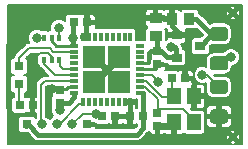
<source format=gtl>
G04 #@! TF.GenerationSoftware,KiCad,Pcbnew,5.0.0-rc3+dfsg1-1*
G04 #@! TF.CreationDate,2018-07-17T13:15:56+09:00*
G04 #@! TF.ProjectId,fst-01,6673742D30312E6B696361645F706362,rev?*
G04 #@! TF.SameCoordinates,PX791ddc0PY5e69114*
G04 #@! TF.FileFunction,Copper,L1,Top,Signal*
G04 #@! TF.FilePolarity,Positive*
%FSLAX46Y46*%
G04 Gerber Fmt 4.6, Leading zero omitted, Abs format (unit mm)*
G04 Created by KiCad (PCBNEW 5.0.0-rc3+dfsg1-1) date Tue Jul 17 13:15:56 2018*
%MOMM*%
%LPD*%
G01*
G04 APERTURE LIST*
G04 #@! TA.AperFunction,ComponentPad*
%ADD10C,0.800100*%
G04 #@! TD*
G04 #@! TA.AperFunction,ComponentPad*
%ADD11R,0.800100X0.800100*%
G04 #@! TD*
G04 #@! TA.AperFunction,ComponentPad*
%ADD12C,0.800000*%
G04 #@! TD*
G04 #@! TA.AperFunction,ComponentPad*
%ADD13R,0.800100X0.800000*%
G04 #@! TD*
G04 #@! TA.AperFunction,Conductor*
%ADD14C,0.150000*%
G04 #@! TD*
G04 #@! TA.AperFunction,SMDPad,CuDef*
%ADD15C,1.200000*%
G04 #@! TD*
G04 #@! TA.AperFunction,ComponentPad*
%ADD16C,0.500000*%
G04 #@! TD*
G04 #@! TA.AperFunction,SMDPad,CuDef*
%ADD17R,0.398780X0.500380*%
G04 #@! TD*
G04 #@! TA.AperFunction,SMDPad,CuDef*
%ADD18R,1.905000X1.905000*%
G04 #@! TD*
G04 #@! TA.AperFunction,SMDPad,CuDef*
%ADD19R,0.299720X0.749300*%
G04 #@! TD*
G04 #@! TA.AperFunction,SMDPad,CuDef*
%ADD20R,0.749300X0.299720*%
G04 #@! TD*
G04 #@! TA.AperFunction,SMDPad,CuDef*
%ADD21R,0.797560X0.797560*%
G04 #@! TD*
G04 #@! TA.AperFunction,SMDPad,CuDef*
%ADD22R,0.899160X1.000760*%
G04 #@! TD*
G04 #@! TA.AperFunction,SMDPad,CuDef*
%ADD23R,0.900000X0.800000*%
G04 #@! TD*
G04 #@! TA.AperFunction,SMDPad,CuDef*
%ADD24R,1.193800X1.397000*%
G04 #@! TD*
G04 #@! TA.AperFunction,SMDPad,CuDef*
%ADD25R,0.800100X0.698500*%
G04 #@! TD*
G04 #@! TA.AperFunction,SMDPad,CuDef*
%ADD26R,0.698500X0.800100*%
G04 #@! TD*
G04 #@! TA.AperFunction,SMDPad,CuDef*
%ADD27R,1.000760X0.899160*%
G04 #@! TD*
G04 #@! TA.AperFunction,ViaPad*
%ADD28C,0.800100*%
G04 #@! TD*
G04 #@! TA.AperFunction,Conductor*
%ADD29C,0.200660*%
G04 #@! TD*
G04 #@! TA.AperFunction,Conductor*
%ADD30C,0.381000*%
G04 #@! TD*
G04 #@! TA.AperFunction,Conductor*
%ADD31C,0.508000*%
G04 #@! TD*
G04 #@! TA.AperFunction,Conductor*
%ADD32C,0.202000*%
G04 #@! TD*
G04 #@! TA.AperFunction,Conductor*
%ADD33C,0.599440*%
G04 #@! TD*
G04 #@! TA.AperFunction,Conductor*
%ADD34C,0.254000*%
G04 #@! TD*
G04 #@! TA.AperFunction,Conductor*
%ADD35C,0.300000*%
G04 #@! TD*
G04 #@! TA.AperFunction,Conductor*
%ADD36C,0.279400*%
G04 #@! TD*
G04 #@! TA.AperFunction,Conductor*
%ADD37C,0.304800*%
G04 #@! TD*
G04 #@! TA.AperFunction,Conductor*
%ADD38C,0.330200*%
G04 #@! TD*
G04 #@! TA.AperFunction,Conductor*
%ADD39C,0.200000*%
G04 #@! TD*
G04 APERTURE END LIST*
D10*
G04 #@! TO.P,K1,2*
G04 #@! TO.N,/SWDIO*
X-14973300Y-4178300D03*
D11*
G04 #@! TO.P,K1,1*
G04 #@! TO.N,+3V3*
X-16243300Y-4178300D03*
D12*
G04 #@! TO.P,K1,3*
G04 #@! TO.N,/SWCLK*
X-13703300Y-4178300D03*
D10*
G04 #@! TO.P,K1,4*
G04 #@! TO.N,/NRST*
X-12433300Y-4178300D03*
D13*
G04 #@! TO.P,K1,5*
G04 #@! TO.N,GND*
X-11163300Y-4178300D03*
G04 #@! TD*
D14*
G04 #@! TO.N,/D+_PLUG*
G04 #@! TO.C,J1*
G36*
X479405Y-401445D02*
X508527Y-405764D01*
X537085Y-412918D01*
X564805Y-422836D01*
X591419Y-435424D01*
X616671Y-450559D01*
X640318Y-468097D01*
X662132Y-487868D01*
X681903Y-509682D01*
X699441Y-533329D01*
X714576Y-558581D01*
X727164Y-585195D01*
X737082Y-612915D01*
X744236Y-641473D01*
X748555Y-670595D01*
X750000Y-700000D01*
X750000Y-1300000D01*
X748555Y-1329405D01*
X744236Y-1358527D01*
X737082Y-1387085D01*
X727164Y-1414805D01*
X714576Y-1441419D01*
X699441Y-1466671D01*
X681903Y-1490318D01*
X662132Y-1512132D01*
X640318Y-1531903D01*
X616671Y-1549441D01*
X591419Y-1564576D01*
X564805Y-1577164D01*
X537085Y-1587082D01*
X508527Y-1594236D01*
X479405Y-1598555D01*
X450000Y-1600000D01*
X-450000Y-1600000D01*
X-479405Y-1598555D01*
X-508527Y-1594236D01*
X-537085Y-1587082D01*
X-564805Y-1577164D01*
X-591419Y-1564576D01*
X-616671Y-1549441D01*
X-640318Y-1531903D01*
X-662132Y-1512132D01*
X-681903Y-1490318D01*
X-699441Y-1466671D01*
X-714576Y-1441419D01*
X-727164Y-1414805D01*
X-737082Y-1387085D01*
X-744236Y-1358527D01*
X-748555Y-1329405D01*
X-750000Y-1300000D01*
X-750000Y-700000D01*
X-748555Y-670595D01*
X-744236Y-641473D01*
X-737082Y-612915D01*
X-727164Y-585195D01*
X-714576Y-558581D01*
X-699441Y-533329D01*
X-681903Y-509682D01*
X-662132Y-487868D01*
X-640318Y-468097D01*
X-616671Y-450559D01*
X-591419Y-435424D01*
X-564805Y-422836D01*
X-537085Y-412918D01*
X-508527Y-405764D01*
X-479405Y-401445D01*
X-450000Y-400000D01*
X450000Y-400000D01*
X479405Y-401445D01*
X479405Y-401445D01*
G37*
D15*
G04 #@! TD*
G04 #@! TO.P,J1,3*
G04 #@! TO.N,/D+_PLUG*
X0Y-1000000D03*
D14*
G04 #@! TO.N,/D-_PLUG*
G04 #@! TO.C,J1*
G36*
X479405Y1598555D02*
X508527Y1594236D01*
X537085Y1587082D01*
X564805Y1577164D01*
X591419Y1564576D01*
X616671Y1549441D01*
X640318Y1531903D01*
X662132Y1512132D01*
X681903Y1490318D01*
X699441Y1466671D01*
X714576Y1441419D01*
X727164Y1414805D01*
X737082Y1387085D01*
X744236Y1358527D01*
X748555Y1329405D01*
X750000Y1300000D01*
X750000Y700000D01*
X748555Y670595D01*
X744236Y641473D01*
X737082Y612915D01*
X727164Y585195D01*
X714576Y558581D01*
X699441Y533329D01*
X681903Y509682D01*
X662132Y487868D01*
X640318Y468097D01*
X616671Y450559D01*
X591419Y435424D01*
X564805Y422836D01*
X537085Y412918D01*
X508527Y405764D01*
X479405Y401445D01*
X450000Y400000D01*
X-450000Y400000D01*
X-479405Y401445D01*
X-508527Y405764D01*
X-537085Y412918D01*
X-564805Y422836D01*
X-591419Y435424D01*
X-616671Y450559D01*
X-640318Y468097D01*
X-662132Y487868D01*
X-681903Y509682D01*
X-699441Y533329D01*
X-714576Y558581D01*
X-727164Y585195D01*
X-737082Y612915D01*
X-744236Y641473D01*
X-748555Y670595D01*
X-750000Y700000D01*
X-750000Y1300000D01*
X-748555Y1329405D01*
X-744236Y1358527D01*
X-737082Y1387085D01*
X-727164Y1414805D01*
X-714576Y1441419D01*
X-699441Y1466671D01*
X-681903Y1490318D01*
X-662132Y1512132D01*
X-640318Y1531903D01*
X-616671Y1549441D01*
X-591419Y1564576D01*
X-564805Y1577164D01*
X-537085Y1587082D01*
X-508527Y1594236D01*
X-479405Y1598555D01*
X-450000Y1600000D01*
X450000Y1600000D01*
X479405Y1598555D01*
X479405Y1598555D01*
G37*
D15*
G04 #@! TD*
G04 #@! TO.P,J1,2*
G04 #@! TO.N,/D-_PLUG*
X0Y1000000D03*
D14*
G04 #@! TO.N,GND*
G04 #@! TO.C,J1*
G36*
X479405Y-2901445D02*
X508527Y-2905764D01*
X537085Y-2912918D01*
X564805Y-2922836D01*
X591419Y-2935424D01*
X616671Y-2950559D01*
X640318Y-2968097D01*
X662132Y-2987868D01*
X681903Y-3009682D01*
X699441Y-3033329D01*
X714576Y-3058581D01*
X727164Y-3085195D01*
X737082Y-3112915D01*
X744236Y-3141473D01*
X748555Y-3170595D01*
X750000Y-3200000D01*
X750000Y-3800000D01*
X748555Y-3829405D01*
X744236Y-3858527D01*
X737082Y-3887085D01*
X727164Y-3914805D01*
X714576Y-3941419D01*
X699441Y-3966671D01*
X681903Y-3990318D01*
X662132Y-4012132D01*
X640318Y-4031903D01*
X616671Y-4049441D01*
X591419Y-4064576D01*
X564805Y-4077164D01*
X537085Y-4087082D01*
X508527Y-4094236D01*
X479405Y-4098555D01*
X450000Y-4100000D01*
X-450000Y-4100000D01*
X-479405Y-4098555D01*
X-508527Y-4094236D01*
X-537085Y-4087082D01*
X-564805Y-4077164D01*
X-591419Y-4064576D01*
X-616671Y-4049441D01*
X-640318Y-4031903D01*
X-662132Y-4012132D01*
X-681903Y-3990318D01*
X-699441Y-3966671D01*
X-714576Y-3941419D01*
X-727164Y-3914805D01*
X-737082Y-3887085D01*
X-744236Y-3858527D01*
X-748555Y-3829405D01*
X-750000Y-3800000D01*
X-750000Y-3200000D01*
X-748555Y-3170595D01*
X-744236Y-3141473D01*
X-737082Y-3112915D01*
X-727164Y-3085195D01*
X-714576Y-3058581D01*
X-699441Y-3033329D01*
X-681903Y-3009682D01*
X-662132Y-2987868D01*
X-640318Y-2968097D01*
X-616671Y-2950559D01*
X-591419Y-2935424D01*
X-564805Y-2922836D01*
X-537085Y-2912918D01*
X-508527Y-2905764D01*
X-479405Y-2901445D01*
X-450000Y-2900000D01*
X450000Y-2900000D01*
X479405Y-2901445D01*
X479405Y-2901445D01*
G37*
D15*
G04 #@! TD*
G04 #@! TO.P,J1,4*
G04 #@! TO.N,GND*
X0Y-3500000D03*
D14*
G04 #@! TO.N,/VBUS*
G04 #@! TO.C,J1*
G36*
X479405Y4098675D02*
X508527Y4094356D01*
X537085Y4087202D01*
X564805Y4077284D01*
X591419Y4064696D01*
X616671Y4049561D01*
X640318Y4032023D01*
X662132Y4012252D01*
X681903Y3990438D01*
X699441Y3966791D01*
X714576Y3941539D01*
X727164Y3914925D01*
X737082Y3887205D01*
X744236Y3858647D01*
X748555Y3829525D01*
X750000Y3800120D01*
X750000Y3200120D01*
X748555Y3170715D01*
X744236Y3141593D01*
X737082Y3113035D01*
X727164Y3085315D01*
X714576Y3058701D01*
X699441Y3033449D01*
X681903Y3009802D01*
X662132Y2987988D01*
X640318Y2968217D01*
X616671Y2950679D01*
X591419Y2935544D01*
X564805Y2922956D01*
X537085Y2913038D01*
X508527Y2905884D01*
X479405Y2901565D01*
X450000Y2900120D01*
X-450000Y2900120D01*
X-479405Y2901565D01*
X-508527Y2905884D01*
X-537085Y2913038D01*
X-564805Y2922956D01*
X-591419Y2935544D01*
X-616671Y2950679D01*
X-640318Y2968217D01*
X-662132Y2987988D01*
X-681903Y3009802D01*
X-699441Y3033449D01*
X-714576Y3058701D01*
X-727164Y3085315D01*
X-737082Y3113035D01*
X-744236Y3141593D01*
X-748555Y3170715D01*
X-750000Y3200120D01*
X-750000Y3800120D01*
X-748555Y3829525D01*
X-744236Y3858647D01*
X-737082Y3887205D01*
X-727164Y3914925D01*
X-714576Y3941539D01*
X-699441Y3966791D01*
X-681903Y3990438D01*
X-662132Y4012252D01*
X-640318Y4032023D01*
X-616671Y4049561D01*
X-591419Y4064696D01*
X-564805Y4077284D01*
X-537085Y4087202D01*
X-508527Y4094356D01*
X-479405Y4098675D01*
X-450000Y4100120D01*
X450000Y4100120D01*
X479405Y4098675D01*
X479405Y4098675D01*
G37*
D15*
G04 #@! TD*
G04 #@! TO.P,J1,1*
G04 #@! TO.N,/VBUS*
X0Y3500120D03*
D16*
G04 #@! TO.P,J1,5*
G04 #@! TO.N,GND*
X1200000Y-5250000D03*
X1200000Y5250000D03*
G04 #@! TD*
D17*
G04 #@! TO.P,U3,6*
G04 #@! TO.N,/D+_PLUG*
X-14810740Y3185160D03*
G04 #@! TO.P,U3,5*
G04 #@! TO.N,+3V3*
X-14160500Y3185160D03*
G04 #@! TO.P,U3,4*
G04 #@! TO.N,/D-_PLUG*
X-13510260Y3185160D03*
G04 #@! TO.P,U3,3*
G04 #@! TO.N,/D-*
X-13510260Y1285240D03*
G04 #@! TO.P,U3,2*
G04 #@! TO.N,GND*
X-14160500Y1285240D03*
G04 #@! TO.P,U3,1*
G04 #@! TO.N,/D+*
X-14810740Y1285240D03*
G04 #@! TD*
D18*
G04 #@! TO.P,U1,37*
G04 #@! TO.N,GND*
X-8456012Y-545971D03*
D19*
G04 #@! TO.P,U1,36*
X-7495892Y-2280791D03*
G04 #@! TO.P,U1,35*
X-7996272Y-2280791D03*
G04 #@! TO.P,U1,34*
G04 #@! TO.N,Net-(U1-Pad34)*
X-8496652Y-2280791D03*
G04 #@! TO.P,U1,33*
G04 #@! TO.N,Net-(U1-Pad33)*
X-8997032Y-2280791D03*
G04 #@! TO.P,U1,32*
G04 #@! TO.N,Net-(U1-Pad32)*
X-9497412Y-2280791D03*
G04 #@! TO.P,U1,31*
G04 #@! TO.N,Net-(U1-Pad31)*
X-9997792Y-2280791D03*
G04 #@! TO.P,U1,30*
G04 #@! TO.N,Net-(U1-Pad30)*
X-10498172Y-2280791D03*
G04 #@! TO.P,U1,29*
G04 #@! TO.N,Net-(U1-Pad29)*
X-10998552Y-2280791D03*
G04 #@! TO.P,U1,28*
G04 #@! TO.N,/SWCLK*
X-11498932Y-2280791D03*
D20*
G04 #@! TO.P,U1,27*
G04 #@! TO.N,+3V3*
X-12273632Y-1506091D03*
G04 #@! TO.P,U1,26*
G04 #@! TO.N,GND*
X-12273632Y-1005711D03*
G04 #@! TO.P,U1,25*
G04 #@! TO.N,/SWDIO*
X-12273632Y-505331D03*
G04 #@! TO.P,U1,24*
G04 #@! TO.N,/D+*
X-12273632Y-4951D03*
G04 #@! TO.P,U1,23*
G04 #@! TO.N,/D-*
X-12273632Y495429D03*
G04 #@! TO.P,U1,22*
G04 #@! TO.N,Net-(U1-Pad22)*
X-12273632Y995809D03*
G04 #@! TO.P,U1,21*
G04 #@! TO.N,Net-(U1-Pad21)*
X-12273632Y1496189D03*
G04 #@! TO.P,U1,20*
G04 #@! TO.N,/LED*
X-12273632Y1996569D03*
G04 #@! TO.P,U1,19*
G04 #@! TO.N,+3V3*
X-12273632Y2496949D03*
D19*
G04 #@! TO.P,U1,18*
G04 #@! TO.N,GND*
X-11498932Y3271649D03*
G04 #@! TO.P,U1,17*
X-10998552Y3271649D03*
G04 #@! TO.P,U1,16*
G04 #@! TO.N,Net-(U1-Pad16)*
X-10498172Y3271649D03*
G04 #@! TO.P,U1,15*
G04 #@! TO.N,Net-(U1-Pad15)*
X-9997792Y3271649D03*
G04 #@! TO.P,U1,14*
G04 #@! TO.N,Net-(U1-Pad14)*
X-9497412Y3271649D03*
G04 #@! TO.P,U1,13*
G04 #@! TO.N,Net-(U1-Pad13)*
X-8997032Y3271649D03*
G04 #@! TO.P,U1,12*
G04 #@! TO.N,Net-(U1-Pad12)*
X-8496652Y3271649D03*
G04 #@! TO.P,U1,11*
G04 #@! TO.N,Net-(U1-Pad11)*
X-7996272Y3271649D03*
G04 #@! TO.P,U1,10*
G04 #@! TO.N,Net-(U1-Pad10)*
X-7495892Y3271649D03*
D20*
G04 #@! TO.P,U1,9*
G04 #@! TO.N,Net-(U1-Pad9)*
X-6721192Y2496949D03*
G04 #@! TO.P,U1,8*
G04 #@! TO.N,Net-(U1-Pad8)*
X-6721192Y1996569D03*
G04 #@! TO.P,U1,7*
G04 #@! TO.N,Net-(U1-Pad7)*
X-6721192Y1496189D03*
G04 #@! TO.P,U1,6*
G04 #@! TO.N,+3V3*
X-6721192Y995809D03*
G04 #@! TO.P,U1,5*
G04 #@! TO.N,GND*
X-6721192Y495429D03*
G04 #@! TO.P,U1,4*
G04 #@! TO.N,/NRST*
X-6721192Y-4951D03*
G04 #@! TO.P,U1,3*
G04 #@! TO.N,/OSC_OUT*
X-6721192Y-505331D03*
G04 #@! TO.P,U1,2*
G04 #@! TO.N,/OSC_IN*
X-6721192Y-1005711D03*
G04 #@! TO.P,U1,1*
G04 #@! TO.N,+3V3*
X-6721192Y-1506091D03*
D18*
G04 #@! TO.P,U1,37*
G04 #@! TO.N,GND*
X-10538812Y-545971D03*
X-10538812Y1536829D03*
X-8456012Y1536829D03*
G04 #@! TD*
D21*
G04 #@! TO.P,D1,2*
G04 #@! TO.N,/LED*
X-16929100Y749300D03*
G04 #@! TO.P,D1,1*
G04 #@! TO.N,Net-(D1-Pad1)*
X-16929100Y-749300D03*
G04 #@! TD*
D22*
G04 #@! TO.P,C9,2*
G04 #@! TO.N,GND*
X-4003040Y4749800D03*
G04 #@! TO.P,C9,1*
G04 #@! TO.N,/VBUS*
X-2499360Y4749800D03*
G04 #@! TD*
D23*
G04 #@! TO.P,U2,3*
G04 #@! TO.N,/VBUS*
X-1578100Y2438400D03*
G04 #@! TO.P,U2,2*
G04 #@! TO.N,+3V3*
X-3578100Y1488400D03*
G04 #@! TO.P,U2,1*
G04 #@! TO.N,GND*
X-3578100Y3388400D03*
G04 #@! TD*
D24*
G04 #@! TO.P,X1,2*
G04 #@! TO.N,/OSC_OUT*
X-3811763Y-1788774D03*
G04 #@! TO.P,X1,3*
G04 #@! TO.N,GND*
X-2109963Y-1788774D03*
G04 #@! TO.P,X1,1*
G04 #@! TO.N,/OSC_IN*
X-2109963Y-3988414D03*
G04 #@! TO.P,X1,3*
G04 #@! TO.N,GND*
X-3811763Y-3988414D03*
G04 #@! TD*
D25*
G04 #@! TO.P,C2,1*
G04 #@! TO.N,/OSC_OUT*
X-4003040Y-279400D03*
G04 #@! TO.P,C2,2*
G04 #@! TO.N,GND*
X-2905760Y-279400D03*
G04 #@! TD*
D26*
G04 #@! TO.P,C4,1*
G04 #@! TO.N,GND*
X-5219700Y911860D03*
G04 #@! TO.P,C4,2*
G04 #@! TO.N,+3V3*
X-5219700Y2009140D03*
G04 #@! TD*
D25*
G04 #@! TO.P,C5,1*
G04 #@! TO.N,GND*
X-7533640Y-3492500D03*
G04 #@! TO.P,C5,2*
G04 #@! TO.N,+3V3*
X-6436360Y-3492500D03*
G04 #@! TD*
G04 #@! TO.P,C6,1*
G04 #@! TO.N,GND*
X-11173460Y4470400D03*
G04 #@! TO.P,C6,2*
G04 #@! TO.N,+3V3*
X-12270740Y4470400D03*
G04 #@! TD*
D26*
G04 #@! TO.P,C7,1*
G04 #@! TO.N,GND*
X-13474700Y-1229360D03*
G04 #@! TO.P,C7,2*
G04 #@! TO.N,+3V3*
X-13474700Y-2326640D03*
G04 #@! TD*
G04 #@! TO.P,C1,1*
G04 #@! TO.N,/OSC_IN*
X-5207000Y-3210560D03*
G04 #@! TO.P,C1,2*
G04 #@! TO.N,GND*
X-5207000Y-4307840D03*
G04 #@! TD*
D25*
G04 #@! TO.P,C3,1*
G04 #@! TO.N,/NRST*
X-9883140Y-3492500D03*
G04 #@! TO.P,C3,2*
G04 #@! TO.N,GND*
X-8785860Y-3492500D03*
G04 #@! TD*
G04 #@! TO.P,R1,1*
G04 #@! TO.N,Net-(D1-Pad1)*
X-16880840Y-2540000D03*
G04 #@! TO.P,R1,2*
G04 #@! TO.N,GND*
X-15783560Y-2540000D03*
G04 #@! TD*
D27*
G04 #@! TO.P,C8,1*
G04 #@! TO.N,+3V3*
X-5372100Y3319780D03*
G04 #@! TO.P,C8,2*
G04 #@! TO.N,GND*
X-5372100Y4823460D03*
G04 #@! TD*
D28*
G04 #@! TO.N,/D+_PLUG*
X-1397000Y25400D03*
X-15412720Y3149600D03*
G04 #@! TO.N,/D-_PLUG*
X1016000Y1524000D03*
X-13550222Y4026578D03*
G04 #@! TO.N,/NRST*
X-5130109Y-558109D03*
X-10441940Y-3261360D03*
G04 #@! TO.N,GND*
X-9461500Y419100D03*
X-14160500Y-1206500D03*
G04 #@! TO.N,+3V3*
X-4064000Y2362260D03*
X-12395200Y3175000D03*
X-13474700Y-2959100D03*
G04 #@! TD*
D29*
G04 #@! TO.N,/D+*
X-14813280Y1275080D02*
X-14833600Y1295400D01*
X-14813280Y944880D02*
X-14813280Y1275080D01*
X-13843000Y-25400D02*
X-14813280Y944880D01*
X-12273632Y-4951D02*
X-12471400Y-25400D01*
X-12471400Y-25400D02*
X-13843000Y-25400D01*
G04 #@! TO.N,/D+_PLUG*
X0Y-1000000D02*
X-1000000Y0D01*
X-1127000Y-127000D02*
X-1193802Y-127000D01*
X-14876780Y3149600D02*
X-15412720Y3149600D01*
X-14838680Y3187700D02*
X-14876780Y3149600D01*
G04 #@! TO.N,/D-*
X-13487400Y787400D02*
X-13487400Y1295400D01*
X-13208000Y508000D02*
X-13487400Y787400D01*
X-12273632Y495429D02*
X-13208000Y495429D01*
X-13208000Y495429D02*
X-13208000Y508000D01*
G04 #@! TO.N,/D-_PLUG*
X0Y1000760D02*
X0Y843280D01*
X643905Y1643905D02*
X896095Y1643905D01*
X0Y1000000D02*
X643905Y1643905D01*
X896095Y1643905D02*
X1016000Y1524000D01*
X-13512800Y3073400D02*
X-13512800Y3841144D01*
X-13512800Y3708400D02*
X-13512800Y3989156D01*
X-13512800Y3989156D02*
X-13550222Y4026578D01*
G04 #@! TO.N,/LED*
X-16827500Y762000D02*
X-16944340Y878840D01*
X-16944340Y878840D02*
X-16944340Y1432560D01*
X-16108682Y2268218D02*
X-14328138Y2268218D01*
X-16944340Y1432560D02*
X-16108682Y2268218D01*
X-14328138Y2268218D02*
X-14056489Y1996569D01*
X-12848942Y1996569D02*
X-12273632Y1996569D01*
X-14056489Y1996569D02*
X-12848942Y1996569D01*
G04 #@! TO.N,/NRST*
X-6721192Y-4951D02*
X-6671663Y-54480D01*
X-12471400Y-4356100D02*
X-12471400Y-4432300D01*
X-5688218Y0D02*
X-5530158Y-158060D01*
X-5530158Y-158060D02*
X-5130109Y-558109D01*
X-5682109Y-4951D02*
X-5671820Y-15240D01*
X-6721192Y-4951D02*
X-5682109Y-4951D01*
X-10139680Y-3515360D02*
X-9860280Y-3515360D01*
X-10393680Y-3261360D02*
X-10139680Y-3515360D01*
X-11550144Y-3261360D02*
X-10393680Y-3261360D01*
X-12501880Y-4310380D02*
X-12501880Y-4213096D01*
X-12501880Y-4213096D02*
X-11550144Y-3261360D01*
G04 #@! TO.N,/OSC_IN*
X-2298700Y-3416300D02*
X-2451986Y-3542413D01*
X-2451986Y-3542413D02*
X-2108200Y-3886200D01*
X-2133600Y-3741805D02*
X-2133600Y-4013200D01*
X-4648200Y-2844800D02*
X-3030605Y-2844800D01*
X-3030605Y-2844800D02*
X-2133600Y-3741805D01*
X-4648200Y-2844800D02*
X-5232400Y-2844800D01*
X-5189220Y-2058001D02*
X-5189220Y-2816860D01*
X-6721192Y-1005711D02*
X-6241510Y-1005711D01*
X-6241510Y-1005711D02*
X-5189220Y-2058001D01*
G04 #@! TO.N,/OSC_OUT*
X-3760963Y-1682094D02*
X-3621263Y-1542394D01*
X-3621263Y-1542394D02*
X-3824463Y-1542394D01*
X-3760963Y-1509374D02*
X-3760963Y-1682094D01*
X-3458703Y-1232514D02*
X-3760963Y-1509374D01*
X-3886200Y-1549400D02*
X-3479800Y-1549400D01*
X-4013200Y-279400D02*
X-4013200Y-1422400D01*
X-4013200Y-1422400D02*
X-3886200Y-1549400D01*
X-3987800Y-1828800D02*
X-3683000Y-1524000D01*
X-4850854Y-1828800D02*
X-3987800Y-1828800D01*
X-5935550Y-744104D02*
X-4850854Y-1828800D01*
X-6680200Y-520700D02*
X-6142942Y-520700D01*
X-6142942Y-520700D02*
X-5935550Y-744104D01*
G04 #@! TO.N,/SWCLK*
X-11498932Y-2505581D02*
X-11498932Y-2280791D01*
X-13771880Y-4406900D02*
X-13703300Y-4338320D01*
X-11557000Y-2476500D02*
X-11493500Y-2540000D01*
X-11811000Y-2476500D02*
X-11557000Y-2476500D01*
X-13716000Y-4191000D02*
X-13525500Y-4191000D01*
X-13525500Y-4191000D02*
X-11811000Y-2476500D01*
G04 #@! TO.N,/SWDIO*
X-15062200Y-800100D02*
X-15062200Y-4305300D01*
X-12273632Y-505331D02*
X-14767431Y-505331D01*
X-15062200Y-4305300D02*
X-14986000Y-4381500D01*
X-14767431Y-505331D02*
X-15062200Y-800100D01*
D30*
G04 #@! TO.N,/VBUS*
X-2262240Y4728580D02*
X-2407920Y4874260D01*
X-1910080Y4714240D02*
X-2064120Y4714240D01*
X0Y3500120D02*
X-695960Y3500120D01*
X-695960Y3500120D02*
X-1910080Y4714240D01*
X-726440Y3302000D02*
X-127340Y3302000D01*
X-1667000Y2413000D02*
X-1615440Y2413000D01*
X-1615440Y2413000D02*
X-726440Y3302000D01*
D31*
G04 #@! TO.N,GND*
X-7495892Y-2280791D02*
X-7790309Y-2280791D01*
D29*
X-3799840Y4826000D02*
X-3799840Y5958840D01*
X-3799840Y5958840D02*
X-3789680Y5969000D01*
X-3789680Y5969000D02*
X254000Y5969000D01*
X254000Y5969000D02*
X1143000Y5080000D01*
X1200000Y5000000D02*
X1200000Y5023000D01*
X1200000Y5023000D02*
X1016000Y5207000D01*
D32*
X-11201400Y4406900D02*
X-11201400Y4958150D01*
D33*
X-8456012Y1536829D02*
X-8456012Y1500788D01*
X-10538812Y1536829D02*
X-10538812Y1496412D01*
X-10538812Y1496412D02*
X-8534400Y-508000D01*
X-8456012Y1536829D02*
X-8456012Y1475388D01*
X-8456012Y1475388D02*
X-9461500Y469900D01*
X-9461500Y469900D02*
X-9461500Y419100D01*
X-9461500Y419100D02*
X-8547100Y-495300D01*
D29*
X-7645752Y-2280791D02*
X-7640543Y-2286000D01*
X-7996272Y-2280791D02*
X-7645752Y-2280791D01*
X-9499600Y457200D02*
X-9461500Y419100D01*
D33*
X-9499600Y457200D02*
X-10528300Y-571500D01*
X-8456012Y1500788D02*
X-9499600Y457200D01*
D34*
X-6721192Y495429D02*
X-5308471Y495429D01*
D29*
X-2743200Y-203200D02*
X-2692400Y-254000D01*
X-2692400Y-254000D02*
X-2413000Y-254000D01*
X-4418330Y762000D02*
X-2743200Y762000D01*
X-2743200Y762000D02*
X-2743200Y-203200D01*
X-5130800Y924560D02*
X-4580890Y924560D01*
X-4580890Y924560D02*
X-4418330Y762000D01*
D35*
X-2082800Y-1270000D02*
X-2305050Y-1270000D01*
D30*
X-2082800Y-543560D02*
X-2082800Y-1270000D01*
X-2905760Y-279400D02*
X-2346960Y-279400D01*
X-2346960Y-279400D02*
X-2082800Y-543560D01*
D29*
X25400Y-4978400D02*
X25400Y-3429000D01*
X1200000Y-5000000D02*
X25400Y-4978400D01*
D33*
X-4267200Y-4318000D02*
X-5156200Y-4318000D01*
D29*
X-7550150Y-3543300D02*
X-7753350Y-3746500D01*
X-8699500Y-3556000D02*
X-7550150Y-3543300D01*
X-7550150Y-4184650D02*
X-7550150Y-3543300D01*
X-7556500Y-4191000D02*
X-7550150Y-4184650D01*
X-11231880Y-4406900D02*
X-11015980Y-4191000D01*
X-11015980Y-4191000D02*
X-7556500Y-4191000D01*
X-14343390Y-1114931D02*
X-13434412Y-1114931D01*
X-14160500Y-1206500D02*
X-14343390Y-1114931D01*
X-5207000Y591820D02*
X-5207000Y889000D01*
X-5306060Y492760D02*
X-5207000Y591820D01*
D30*
X-11176000Y4508500D02*
X-11262360Y4422140D01*
X-11262360Y4422140D02*
X-11254740Y3380740D01*
X-3581400Y3754120D02*
X-3581400Y3436620D01*
X-4003040Y4749800D02*
X-4003040Y4175760D01*
X-4003040Y4175760D02*
X-3581400Y3754120D01*
X-7550150Y-3017743D02*
X-7550150Y-3543300D01*
X-7503160Y-2970753D02*
X-7550150Y-3017743D01*
X-7503160Y-2379980D02*
X-7503160Y-2970753D01*
D36*
X-12273632Y-1005711D02*
X-12748282Y-1005711D01*
D32*
X-12748282Y-1005711D02*
X-12771271Y-1028700D01*
D36*
X-13436471Y-1114931D02*
X-13434412Y-1114931D01*
X-12748130Y-1015870D02*
X-12816840Y-1003300D01*
X-12988643Y-1160780D02*
X-13482320Y-1160780D01*
X-12738100Y-1005840D02*
X-12748130Y-1015870D01*
X-12804140Y-1000760D02*
X-12988643Y-1160780D01*
X-12816840Y-1003300D02*
X-12804140Y-1000760D01*
X-13482320Y-1160780D02*
X-13436471Y-1114931D01*
D31*
X-4693920Y4823460D02*
X-4612640Y4742180D01*
X-5372100Y4823460D02*
X-4693920Y4823460D01*
X-4612640Y4742180D02*
X-4328160Y4742180D01*
X-4328160Y4742180D02*
X-4259580Y4810760D01*
D33*
X-11257151Y3271649D02*
X-11148413Y3271649D01*
D29*
X-15300960Y5186680D02*
X-15135860Y5186680D01*
X-15783560Y-3089910D02*
X-16122650Y-3429000D01*
X-15783560Y-2540000D02*
X-15783560Y-3089910D01*
X-16122650Y-3429000D02*
X-17282924Y-3429000D01*
X-17282924Y-3429000D02*
X-17937470Y-2774454D01*
X-17937470Y-2774454D02*
X-17937470Y2550170D01*
X-17937470Y2550170D02*
X-15300960Y5186680D01*
D32*
X-15295880Y5186680D02*
X-15306040Y5176520D01*
X-11188700Y4965700D02*
X-11409680Y5186680D01*
X-11409680Y5186680D02*
X-15295880Y5186680D01*
X-15798800Y-2311400D02*
X-15770860Y-2283460D01*
X-15770860Y-2283460D02*
X-15770860Y1285240D01*
X-14488160Y1844040D02*
X-14173200Y1529080D01*
X-14173200Y1529080D02*
X-14173200Y1308100D01*
X-15173960Y1844040D02*
X-14488160Y1844040D01*
X-15775940Y1275080D02*
X-15166340Y1844040D01*
D30*
G04 #@! TO.N,+3V3*
X-12395200Y3740756D02*
X-12395200Y3175000D01*
D36*
X-12395200Y2654300D02*
X-12242800Y2501900D01*
D30*
X-12395200Y3797300D02*
X-12395200Y2654300D01*
D29*
X-6273800Y-3822700D02*
X-6273800Y-3263900D01*
D36*
X-12273632Y2496949D02*
X-13723749Y2496949D01*
D30*
X-6400800Y-4495800D02*
X-6858000Y-4953000D01*
X-6413500Y-1549400D02*
X-6400800Y-1562100D01*
X-6400800Y-1562100D02*
X-6400800Y-4495800D01*
D37*
X-6451600Y-1549400D02*
X-6413500Y-1549400D01*
D30*
X-5953760Y1430020D02*
X-5953760Y1836420D01*
X-5783580Y2006600D02*
X-5339844Y2006600D01*
X-5953760Y1836420D02*
X-5783580Y2006600D01*
D38*
X-5953760Y1856740D02*
X-5941060Y1869440D01*
X-5953760Y1018540D02*
X-5953760Y1856740D01*
D36*
X-5951091Y995809D02*
X-5941060Y1005840D01*
X-6721192Y995809D02*
X-5951091Y995809D01*
D30*
X-4376420Y1496060D02*
X-3578860Y1496060D01*
X-4902200Y2021840D02*
X-4376420Y1496060D01*
X-5069840Y2021840D02*
X-4902200Y2021840D01*
X-5232400Y3098800D02*
X-5232400Y2184400D01*
X-5232400Y2184400D02*
X-5069840Y2021840D01*
X-3738940Y2362260D02*
X-4064000Y2362260D01*
X-3609340Y1574800D02*
X-3609340Y2232660D01*
X-3609340Y2232660D02*
X-3738940Y2362260D01*
X-12397740Y3850640D02*
X-12395200Y3848100D01*
X-12268200Y4508500D02*
X-12397740Y4378960D01*
X-12397740Y4378960D02*
X-12397740Y3850640D01*
X-12705080Y-2354580D02*
X-12242800Y-1892300D01*
X-12242800Y-1892300D02*
X-12242800Y-1570509D01*
X-13434412Y-2812921D02*
X-13434412Y-2354580D01*
X-13434412Y-2354580D02*
X-12705080Y-2354580D01*
D36*
X-14147800Y2867660D02*
X-14147800Y2997200D01*
X-13777089Y2496949D02*
X-14147800Y2867660D01*
D30*
X-15344140Y-5026660D02*
X-6957060Y-5026660D01*
X-6957060Y-5026660D02*
X-6883400Y-4953000D01*
X-16311880Y-4272280D02*
X-16205200Y-4165600D01*
X-16205200Y-4165600D02*
X-15344140Y-5026660D01*
D29*
G04 #@! TO.N,Net-(D1-Pad1)*
X-16906240Y-2313940D02*
X-16906240Y-904240D01*
G04 #@! TD*
D39*
G04 #@! TO.N,GND*
G36*
X1907870Y-5851550D02*
X1264690Y-5851550D01*
X1417793Y-5826036D01*
X1453316Y-5811322D01*
X1473865Y-5700642D01*
X1200000Y-5426777D01*
X926135Y-5700642D01*
X946684Y-5811322D01*
X1120391Y-5851550D01*
X-17884470Y-5851550D01*
X-17884470Y1148080D01*
X-17688815Y1148080D01*
X-17688815Y350520D01*
X-17661340Y212396D01*
X-17583100Y95300D01*
X-17466004Y17060D01*
X-17380239Y0D01*
X-17466004Y-17060D01*
X-17583100Y-95300D01*
X-17661340Y-212396D01*
X-17688815Y-350520D01*
X-17688815Y-1148080D01*
X-17661340Y-1286204D01*
X-17583100Y-1403300D01*
X-17466004Y-1481540D01*
X-17360569Y-1502513D01*
X-17360570Y-1845665D01*
X-17419014Y-1857290D01*
X-17536110Y-1935530D01*
X-17614350Y-2052626D01*
X-17641825Y-2190750D01*
X-17641825Y-2889250D01*
X-17614350Y-3027374D01*
X-17536110Y-3144470D01*
X-17419014Y-3222710D01*
X-17280890Y-3250185D01*
X-16480790Y-3250185D01*
X-16342666Y-3222710D01*
X-16327721Y-3212724D01*
X-16254025Y-3243250D01*
X-16026060Y-3243250D01*
X-15937560Y-3154750D01*
X-15937560Y-2694000D01*
X-15957560Y-2694000D01*
X-15957560Y-2386000D01*
X-15937560Y-2386000D01*
X-15937560Y-1925250D01*
X-16026060Y-1836750D01*
X-16254025Y-1836750D01*
X-16327721Y-1867276D01*
X-16342666Y-1857290D01*
X-16451910Y-1835560D01*
X-16451910Y-1493418D01*
X-16392196Y-1481540D01*
X-16275100Y-1403300D01*
X-16196860Y-1286204D01*
X-16169385Y-1148080D01*
X-16169385Y-350520D01*
X-16196860Y-212396D01*
X-16275100Y-95300D01*
X-16392196Y-17060D01*
X-16477961Y0D01*
X-16392196Y17060D01*
X-16275100Y95300D01*
X-16196860Y212396D01*
X-16169385Y350520D01*
X-16169385Y1148080D01*
X-16196860Y1286204D01*
X-16275100Y1403300D01*
X-16308658Y1425723D01*
X-15920493Y1813888D01*
X-15230571Y1813888D01*
X-15265350Y1790650D01*
X-15343590Y1673554D01*
X-15371065Y1535430D01*
X-15371065Y1035050D01*
X-15343590Y896926D01*
X-15265350Y779830D01*
X-15236560Y760593D01*
X-15140833Y617327D01*
X-15102900Y591981D01*
X-14459919Y-51001D01*
X-14722693Y-51001D01*
X-14767432Y-42102D01*
X-14812171Y-51001D01*
X-14812175Y-51001D01*
X-14944701Y-77362D01*
X-14944702Y-77363D01*
X-14944703Y-77363D01*
X-15024937Y-130974D01*
X-15094984Y-177778D01*
X-15120328Y-215709D01*
X-15351820Y-447201D01*
X-15389753Y-472547D01*
X-15490169Y-622831D01*
X-15516530Y-755357D01*
X-15516530Y-755361D01*
X-15525429Y-800100D01*
X-15516530Y-844839D01*
X-15516530Y-1836750D01*
X-15541060Y-1836750D01*
X-15629560Y-1925250D01*
X-15629560Y-2386000D01*
X-15609560Y-2386000D01*
X-15609560Y-2694000D01*
X-15629560Y-2694000D01*
X-15629560Y-3154750D01*
X-15541060Y-3243250D01*
X-15516529Y-3243250D01*
X-15516529Y-3630040D01*
X-15588030Y-3523030D01*
X-15705126Y-3444790D01*
X-15843250Y-3417315D01*
X-16643350Y-3417315D01*
X-16781474Y-3444790D01*
X-16898570Y-3523030D01*
X-16976810Y-3640126D01*
X-17004285Y-3778250D01*
X-17004285Y-4578350D01*
X-16976810Y-4716474D01*
X-16898570Y-4833570D01*
X-16781474Y-4911810D01*
X-16643350Y-4939285D01*
X-16201554Y-4939285D01*
X-15767077Y-5373763D01*
X-15736702Y-5419222D01*
X-15691244Y-5449596D01*
X-15691241Y-5449599D01*
X-15603588Y-5508166D01*
X-15556593Y-5539567D01*
X-15397766Y-5571160D01*
X-15397762Y-5571160D01*
X-15344140Y-5581826D01*
X-15290518Y-5571160D01*
X-7010681Y-5571160D01*
X-6957060Y-5581826D01*
X-6903439Y-5571160D01*
X-6903434Y-5571160D01*
X-6744607Y-5539567D01*
X-6564498Y-5419222D01*
X-6555480Y-5405725D01*
X-6510900Y-5375938D01*
X-6365737Y-5230775D01*
X584466Y-5230775D01*
X623964Y-5467793D01*
X638678Y-5503316D01*
X749358Y-5523865D01*
X1023223Y-5250000D01*
X1376777Y-5250000D01*
X1650642Y-5523865D01*
X1761322Y-5503316D01*
X1815534Y-5269225D01*
X1776036Y-5032207D01*
X1761322Y-4996684D01*
X1650642Y-4976135D01*
X1376777Y-5250000D01*
X1023223Y-5250000D01*
X749358Y-4976135D01*
X638678Y-4996684D01*
X584466Y-5230775D01*
X-6365737Y-5230775D01*
X-6053700Y-4918739D01*
X-6008238Y-4888362D01*
X-5910250Y-4741713D01*
X-5910250Y-4778305D01*
X-5856357Y-4908415D01*
X-5756775Y-5007997D01*
X-5626665Y-5061890D01*
X-5449500Y-5061890D01*
X-5361000Y-4973390D01*
X-5361000Y-4461840D01*
X-5381000Y-4461840D01*
X-5381000Y-4153840D01*
X-5361000Y-4153840D01*
X-5361000Y-4133840D01*
X-5053000Y-4133840D01*
X-5053000Y-4153840D01*
X-5033000Y-4153840D01*
X-5033000Y-4461840D01*
X-5053000Y-4461840D01*
X-5053000Y-4973390D01*
X-4964500Y-5061890D01*
X-4787335Y-5061890D01*
X-4657225Y-5007997D01*
X-4622718Y-4973491D01*
X-4609188Y-4987021D01*
X-4479078Y-5040914D01*
X-4054263Y-5040914D01*
X-3965763Y-4952414D01*
X-3965763Y-4142414D01*
X-3985763Y-4142414D01*
X-3985763Y-3834414D01*
X-3965763Y-3834414D01*
X-3965763Y-3814414D01*
X-3657763Y-3814414D01*
X-3657763Y-3834414D01*
X-3637763Y-3834414D01*
X-3637763Y-4142414D01*
X-3657763Y-4142414D01*
X-3657763Y-4952414D01*
X-3569263Y-5040914D01*
X-3144448Y-5040914D01*
X-3014338Y-4987021D01*
X-2965034Y-4937717D01*
X-2962083Y-4942134D01*
X-2844987Y-5020374D01*
X-2706863Y-5047849D01*
X-1513063Y-5047849D01*
X-1374939Y-5020374D01*
X-1257843Y-4942134D01*
X-1179603Y-4825038D01*
X-1174495Y-4799358D01*
X926135Y-4799358D01*
X1200000Y-5073223D01*
X1473865Y-4799358D01*
X1453316Y-4688678D01*
X1219225Y-4634466D01*
X982207Y-4673964D01*
X946684Y-4688678D01*
X926135Y-4799358D01*
X-1174495Y-4799358D01*
X-1152128Y-4686914D01*
X-1152128Y-3742500D01*
X-1104000Y-3742500D01*
X-1104000Y-4170415D01*
X-1050107Y-4300525D01*
X-950525Y-4400107D01*
X-820415Y-4454000D01*
X-242500Y-4454000D01*
X-154000Y-4365500D01*
X-154000Y-3654000D01*
X154000Y-3654000D01*
X154000Y-4365500D01*
X242500Y-4454000D01*
X820415Y-4454000D01*
X950525Y-4400107D01*
X1050107Y-4300525D01*
X1104000Y-4170415D01*
X1104000Y-3742500D01*
X1015500Y-3654000D01*
X154000Y-3654000D01*
X-154000Y-3654000D01*
X-1015500Y-3654000D01*
X-1104000Y-3742500D01*
X-1152128Y-3742500D01*
X-1152128Y-3289914D01*
X-1179603Y-3151790D01*
X-1257843Y-3034694D01*
X-1374939Y-2956454D01*
X-1513063Y-2928979D01*
X-2303907Y-2928979D01*
X-2391612Y-2841274D01*
X-2352463Y-2841274D01*
X-2263963Y-2752774D01*
X-2263963Y-1942774D01*
X-1955963Y-1942774D01*
X-1955963Y-2752774D01*
X-1867463Y-2841274D01*
X-1442648Y-2841274D01*
X-1414429Y-2829585D01*
X-1104000Y-2829585D01*
X-1104000Y-3257500D01*
X-1015500Y-3346000D01*
X-154000Y-3346000D01*
X-154000Y-2634500D01*
X154000Y-2634500D01*
X154000Y-3346000D01*
X1015500Y-3346000D01*
X1104000Y-3257500D01*
X1104000Y-2829585D01*
X1050107Y-2699475D01*
X950525Y-2599893D01*
X820415Y-2546000D01*
X242500Y-2546000D01*
X154000Y-2634500D01*
X-154000Y-2634500D01*
X-242500Y-2546000D01*
X-820415Y-2546000D01*
X-950525Y-2599893D01*
X-1050107Y-2699475D01*
X-1104000Y-2829585D01*
X-1414429Y-2829585D01*
X-1312538Y-2787381D01*
X-1212956Y-2687799D01*
X-1159063Y-2557689D01*
X-1159063Y-2031274D01*
X-1247563Y-1942774D01*
X-1955963Y-1942774D01*
X-2263963Y-1942774D01*
X-2283963Y-1942774D01*
X-2283963Y-1634774D01*
X-2263963Y-1634774D01*
X-2263963Y-887535D01*
X-2205603Y-829175D01*
X-2203781Y-824774D01*
X-1955963Y-824774D01*
X-1955963Y-1634774D01*
X-1247563Y-1634774D01*
X-1159063Y-1546274D01*
X-1159063Y-1019859D01*
X-1212956Y-889749D01*
X-1312538Y-790167D01*
X-1442648Y-736274D01*
X-1867463Y-736274D01*
X-1955963Y-824774D01*
X-2203781Y-824774D01*
X-2151710Y-699065D01*
X-2151710Y-521900D01*
X-2240210Y-433400D01*
X-2751760Y-433400D01*
X-2751760Y-453400D01*
X-3059760Y-453400D01*
X-3059760Y-433400D01*
X-3079760Y-433400D01*
X-3079760Y-125400D01*
X-3059760Y-125400D01*
X-3059760Y335350D01*
X-2751760Y335350D01*
X-2751760Y-125400D01*
X-2240210Y-125400D01*
X-2151710Y-36900D01*
X-2151710Y140265D01*
X-2205603Y270375D01*
X-2305185Y369957D01*
X-2435295Y423850D01*
X-2663260Y423850D01*
X-2751760Y335350D01*
X-3059760Y335350D01*
X-3148260Y423850D01*
X-3376225Y423850D01*
X-3449921Y393324D01*
X-3464866Y403310D01*
X-3602990Y430785D01*
X-4403090Y430785D01*
X-4531418Y405259D01*
X-4516450Y441395D01*
X-4516450Y669360D01*
X-4604950Y757860D01*
X-5065700Y757860D01*
X-5065700Y737860D01*
X-5373700Y737860D01*
X-5373700Y757860D01*
X-5393700Y757860D01*
X-5393700Y1065860D01*
X-5373700Y1065860D01*
X-5373700Y1085860D01*
X-5065700Y1085860D01*
X-5065700Y1065860D01*
X-4712653Y1065860D01*
X-4588873Y983153D01*
X-4430046Y951560D01*
X-4430042Y951560D01*
X-4376421Y940894D01*
X-4357770Y944604D01*
X-4283320Y833180D01*
X-4166224Y754940D01*
X-4028100Y727465D01*
X-3128100Y727465D01*
X-2989976Y754940D01*
X-2872880Y833180D01*
X-2794640Y950276D01*
X-2767165Y1088400D01*
X-2767165Y1888400D01*
X-2794640Y2026524D01*
X-2872880Y2143620D01*
X-2989976Y2221860D01*
X-3054582Y2234711D01*
X-3064840Y2286282D01*
X-3064840Y2286286D01*
X-3096433Y2445113D01*
X-3216778Y2625222D01*
X-3230514Y2634400D01*
X-3057685Y2634400D01*
X-2927575Y2688293D01*
X-2827993Y2787875D01*
X-2774100Y2917985D01*
X-2774100Y3145900D01*
X-2862600Y3234400D01*
X-3424100Y3234400D01*
X-3424100Y3214400D01*
X-3732100Y3214400D01*
X-3732100Y3234400D01*
X-4293600Y3234400D01*
X-4382100Y3145900D01*
X-4382100Y3046677D01*
X-4491135Y3001513D01*
X-4510785Y2981863D01*
X-4510785Y3769360D01*
X-4537012Y3901209D01*
X-4523035Y3895420D01*
X-4366938Y3895420D01*
X-4382100Y3858815D01*
X-4382100Y3630900D01*
X-4293600Y3542400D01*
X-3732100Y3542400D01*
X-3732100Y3562400D01*
X-3424100Y3562400D01*
X-3424100Y3542400D01*
X-2862600Y3542400D01*
X-2774100Y3630900D01*
X-2774100Y3858815D01*
X-2786390Y3888485D01*
X-2049780Y3888485D01*
X-1911656Y3915960D01*
X-1893782Y3927903D01*
X-1382179Y3416300D01*
X-1599144Y3199335D01*
X-2028100Y3199335D01*
X-2166224Y3171860D01*
X-2283320Y3093620D01*
X-2361560Y2976524D01*
X-2389035Y2838400D01*
X-2389035Y2038400D01*
X-2361560Y1900276D01*
X-2283320Y1783180D01*
X-2166224Y1704940D01*
X-2028100Y1677465D01*
X-1128100Y1677465D01*
X-989976Y1704940D01*
X-934115Y1742265D01*
X-1060624Y1552929D01*
X-1110935Y1300000D01*
X-1110935Y723086D01*
X-1247010Y779450D01*
X-1546990Y779450D01*
X-1824135Y664653D01*
X-2036253Y452535D01*
X-2151050Y175390D01*
X-2151050Y-124590D01*
X-2036253Y-401735D01*
X-1824135Y-613853D01*
X-1546990Y-728650D01*
X-1247010Y-728650D01*
X-1104927Y-669798D01*
X-1110935Y-700000D01*
X-1110935Y-1300000D01*
X-1060624Y-1552929D01*
X-917352Y-1767352D01*
X-702929Y-1910624D01*
X-450000Y-1960935D01*
X450000Y-1960935D01*
X702929Y-1910624D01*
X917352Y-1767352D01*
X1060624Y-1552929D01*
X1110935Y-1300000D01*
X1110935Y-700000D01*
X1060624Y-447071D01*
X917352Y-232648D01*
X702929Y-89376D01*
X450000Y-39065D01*
X-318416Y-39065D01*
X-396546Y39065D01*
X450000Y39065D01*
X702929Y89376D01*
X917352Y232648D01*
X1060624Y447071D01*
X1110935Y700000D01*
X1110935Y769950D01*
X1165990Y769950D01*
X1443135Y884747D01*
X1655253Y1096865D01*
X1770050Y1374010D01*
X1770050Y1673990D01*
X1655253Y1951135D01*
X1443135Y2163253D01*
X1165990Y2278050D01*
X866010Y2278050D01*
X588865Y2163253D01*
X505146Y2079534D01*
X466635Y2071874D01*
X466634Y2071873D01*
X466633Y2071873D01*
X356865Y1998528D01*
X316352Y1971458D01*
X309321Y1960935D01*
X-450000Y1960935D01*
X-702929Y1910624D01*
X-856117Y1808267D01*
X-794640Y1900276D01*
X-767165Y2038400D01*
X-767165Y2491236D01*
X-674550Y2583851D01*
X-450000Y2539185D01*
X450000Y2539185D01*
X702929Y2589496D01*
X917352Y2732768D01*
X1060624Y2947191D01*
X1110935Y3200120D01*
X1110935Y3800120D01*
X1060624Y4053049D01*
X917352Y4267472D01*
X702929Y4410744D01*
X450000Y4461055D01*
X-450000Y4461055D01*
X-702929Y4410744D01*
X-783026Y4357225D01*
X-1225159Y4799358D01*
X926135Y4799358D01*
X946684Y4688678D01*
X1180775Y4634466D01*
X1417793Y4673964D01*
X1453316Y4688678D01*
X1473865Y4799358D01*
X1200000Y5073223D01*
X926135Y4799358D01*
X-1225159Y4799358D01*
X-1487140Y5061338D01*
X-1517518Y5106802D01*
X-1688845Y5221279D01*
X-1688845Y5250180D01*
X-1692633Y5269225D01*
X584466Y5269225D01*
X623964Y5032207D01*
X638678Y4996684D01*
X749358Y4976135D01*
X1023223Y5250000D01*
X1376777Y5250000D01*
X1650642Y4976135D01*
X1761322Y4996684D01*
X1815534Y5230775D01*
X1776036Y5467793D01*
X1761322Y5503316D01*
X1650642Y5523865D01*
X1376777Y5250000D01*
X1023223Y5250000D01*
X749358Y5523865D01*
X638678Y5503316D01*
X584466Y5269225D01*
X-1692633Y5269225D01*
X-1716320Y5388304D01*
X-1794560Y5505400D01*
X-1911656Y5583640D01*
X-2049780Y5611115D01*
X-2948940Y5611115D01*
X-3087064Y5583640D01*
X-3204160Y5505400D01*
X-3248513Y5439020D01*
X-3253353Y5450705D01*
X-3352935Y5550287D01*
X-3483045Y5604180D01*
X-3760540Y5604180D01*
X-3849040Y5515680D01*
X-3849040Y4903800D01*
X-3829040Y4903800D01*
X-3829040Y4595800D01*
X-3849040Y4595800D01*
X-3849040Y4575800D01*
X-4157040Y4575800D01*
X-4157040Y4595800D01*
X-4532560Y4595800D01*
X-4606220Y4669460D01*
X-5218100Y4669460D01*
X-5218100Y4649460D01*
X-5526100Y4649460D01*
X-5526100Y4669460D01*
X-6137980Y4669460D01*
X-6226480Y4580960D01*
X-6226480Y4303465D01*
X-6172587Y4173355D01*
X-6073005Y4073773D01*
X-6061320Y4068933D01*
X-6127700Y4024580D01*
X-6205940Y3907484D01*
X-6233415Y3769360D01*
X-6233415Y2985241D01*
X-6346542Y3007744D01*
X-6985097Y3007744D01*
X-6985097Y3646299D01*
X-7012572Y3784423D01*
X-7090812Y3901519D01*
X-7207908Y3979759D01*
X-7346032Y4007234D01*
X-7645752Y4007234D01*
X-7746082Y3987277D01*
X-7846412Y4007234D01*
X-8146132Y4007234D01*
X-8246462Y3987277D01*
X-8346792Y4007234D01*
X-8646512Y4007234D01*
X-8746842Y3987277D01*
X-8847172Y4007234D01*
X-9146892Y4007234D01*
X-9247222Y3987277D01*
X-9347552Y4007234D01*
X-9647272Y4007234D01*
X-9747602Y3987277D01*
X-9847932Y4007234D01*
X-10147652Y4007234D01*
X-10247982Y3987277D01*
X-10348312Y4007234D01*
X-10437429Y4007234D01*
X-10419410Y4050735D01*
X-10419410Y4227900D01*
X-10507910Y4316400D01*
X-11019460Y4316400D01*
X-11019460Y4296400D01*
X-11327460Y4296400D01*
X-11327460Y4316400D01*
X-11347460Y4316400D01*
X-11347460Y4624400D01*
X-11327460Y4624400D01*
X-11327460Y5085150D01*
X-11019460Y5085150D01*
X-11019460Y4624400D01*
X-10507910Y4624400D01*
X-10419410Y4712900D01*
X-10419410Y4890065D01*
X-10473303Y5020175D01*
X-10572885Y5119757D01*
X-10702995Y5173650D01*
X-10930960Y5173650D01*
X-11019460Y5085150D01*
X-11327460Y5085150D01*
X-11415960Y5173650D01*
X-11643925Y5173650D01*
X-11717621Y5143124D01*
X-11732566Y5153110D01*
X-11870690Y5180585D01*
X-12670790Y5180585D01*
X-12808914Y5153110D01*
X-12926010Y5074870D01*
X-13004250Y4957774D01*
X-13031725Y4819650D01*
X-13031725Y4574469D01*
X-13123087Y4665831D01*
X-13400232Y4780628D01*
X-13700212Y4780628D01*
X-13977357Y4665831D01*
X-14189475Y4453713D01*
X-14304272Y4176568D01*
X-14304272Y3876588D01*
X-14271009Y3796285D01*
X-14359890Y3796285D01*
X-14485620Y3771275D01*
X-14611350Y3796285D01*
X-15003527Y3796285D01*
X-15262730Y3903650D01*
X-15562710Y3903650D01*
X-15839855Y3788853D01*
X-16051973Y3576735D01*
X-16166770Y3299590D01*
X-16166770Y2999610D01*
X-16052007Y2722548D01*
X-16063943Y2722548D01*
X-16108682Y2731447D01*
X-16153421Y2722548D01*
X-16153426Y2722548D01*
X-16285952Y2696187D01*
X-16436235Y2595771D01*
X-16461581Y2557838D01*
X-17233962Y1785457D01*
X-17271892Y1760113D01*
X-17297236Y1722183D01*
X-17297238Y1722181D01*
X-17369496Y1614038D01*
X-17372308Y1609830D01*
X-17389942Y1521175D01*
X-17395018Y1495660D01*
X-17466004Y1481540D01*
X-17583100Y1403300D01*
X-17661340Y1286204D01*
X-17688815Y1148080D01*
X-17884470Y1148080D01*
X-17884470Y5343455D01*
X-6226480Y5343455D01*
X-6226480Y5065960D01*
X-6137980Y4977460D01*
X-5526100Y4977460D01*
X-5526100Y5538540D01*
X-5218100Y5538540D01*
X-5218100Y4977460D01*
X-4791780Y4977460D01*
X-4718120Y4903800D01*
X-4157040Y4903800D01*
X-4157040Y5515680D01*
X-4245540Y5604180D01*
X-4523035Y5604180D01*
X-4649744Y5551696D01*
X-4671195Y5573147D01*
X-4801305Y5627040D01*
X-5129600Y5627040D01*
X-5218100Y5538540D01*
X-5526100Y5538540D01*
X-5614600Y5627040D01*
X-5942895Y5627040D01*
X-6073005Y5573147D01*
X-6172587Y5473565D01*
X-6226480Y5343455D01*
X-17884470Y5343455D01*
X-17884470Y5700642D01*
X926135Y5700642D01*
X1200000Y5426777D01*
X1473865Y5700642D01*
X1453316Y5811322D01*
X1219225Y5865534D01*
X982207Y5826036D01*
X946684Y5811322D01*
X926135Y5700642D01*
X-17884470Y5700642D01*
X-17884470Y5941390D01*
X1907871Y5941390D01*
X1907870Y-5851550D01*
X1907870Y-5851550D01*
G37*
X1907870Y-5851550D02*
X1264690Y-5851550D01*
X1417793Y-5826036D01*
X1453316Y-5811322D01*
X1473865Y-5700642D01*
X1200000Y-5426777D01*
X926135Y-5700642D01*
X946684Y-5811322D01*
X1120391Y-5851550D01*
X-17884470Y-5851550D01*
X-17884470Y1148080D01*
X-17688815Y1148080D01*
X-17688815Y350520D01*
X-17661340Y212396D01*
X-17583100Y95300D01*
X-17466004Y17060D01*
X-17380239Y0D01*
X-17466004Y-17060D01*
X-17583100Y-95300D01*
X-17661340Y-212396D01*
X-17688815Y-350520D01*
X-17688815Y-1148080D01*
X-17661340Y-1286204D01*
X-17583100Y-1403300D01*
X-17466004Y-1481540D01*
X-17360569Y-1502513D01*
X-17360570Y-1845665D01*
X-17419014Y-1857290D01*
X-17536110Y-1935530D01*
X-17614350Y-2052626D01*
X-17641825Y-2190750D01*
X-17641825Y-2889250D01*
X-17614350Y-3027374D01*
X-17536110Y-3144470D01*
X-17419014Y-3222710D01*
X-17280890Y-3250185D01*
X-16480790Y-3250185D01*
X-16342666Y-3222710D01*
X-16327721Y-3212724D01*
X-16254025Y-3243250D01*
X-16026060Y-3243250D01*
X-15937560Y-3154750D01*
X-15937560Y-2694000D01*
X-15957560Y-2694000D01*
X-15957560Y-2386000D01*
X-15937560Y-2386000D01*
X-15937560Y-1925250D01*
X-16026060Y-1836750D01*
X-16254025Y-1836750D01*
X-16327721Y-1867276D01*
X-16342666Y-1857290D01*
X-16451910Y-1835560D01*
X-16451910Y-1493418D01*
X-16392196Y-1481540D01*
X-16275100Y-1403300D01*
X-16196860Y-1286204D01*
X-16169385Y-1148080D01*
X-16169385Y-350520D01*
X-16196860Y-212396D01*
X-16275100Y-95300D01*
X-16392196Y-17060D01*
X-16477961Y0D01*
X-16392196Y17060D01*
X-16275100Y95300D01*
X-16196860Y212396D01*
X-16169385Y350520D01*
X-16169385Y1148080D01*
X-16196860Y1286204D01*
X-16275100Y1403300D01*
X-16308658Y1425723D01*
X-15920493Y1813888D01*
X-15230571Y1813888D01*
X-15265350Y1790650D01*
X-15343590Y1673554D01*
X-15371065Y1535430D01*
X-15371065Y1035050D01*
X-15343590Y896926D01*
X-15265350Y779830D01*
X-15236560Y760593D01*
X-15140833Y617327D01*
X-15102900Y591981D01*
X-14459919Y-51001D01*
X-14722693Y-51001D01*
X-14767432Y-42102D01*
X-14812171Y-51001D01*
X-14812175Y-51001D01*
X-14944701Y-77362D01*
X-14944702Y-77363D01*
X-14944703Y-77363D01*
X-15024937Y-130974D01*
X-15094984Y-177778D01*
X-15120328Y-215709D01*
X-15351820Y-447201D01*
X-15389753Y-472547D01*
X-15490169Y-622831D01*
X-15516530Y-755357D01*
X-15516530Y-755361D01*
X-15525429Y-800100D01*
X-15516530Y-844839D01*
X-15516530Y-1836750D01*
X-15541060Y-1836750D01*
X-15629560Y-1925250D01*
X-15629560Y-2386000D01*
X-15609560Y-2386000D01*
X-15609560Y-2694000D01*
X-15629560Y-2694000D01*
X-15629560Y-3154750D01*
X-15541060Y-3243250D01*
X-15516529Y-3243250D01*
X-15516529Y-3630040D01*
X-15588030Y-3523030D01*
X-15705126Y-3444790D01*
X-15843250Y-3417315D01*
X-16643350Y-3417315D01*
X-16781474Y-3444790D01*
X-16898570Y-3523030D01*
X-16976810Y-3640126D01*
X-17004285Y-3778250D01*
X-17004285Y-4578350D01*
X-16976810Y-4716474D01*
X-16898570Y-4833570D01*
X-16781474Y-4911810D01*
X-16643350Y-4939285D01*
X-16201554Y-4939285D01*
X-15767077Y-5373763D01*
X-15736702Y-5419222D01*
X-15691244Y-5449596D01*
X-15691241Y-5449599D01*
X-15603588Y-5508166D01*
X-15556593Y-5539567D01*
X-15397766Y-5571160D01*
X-15397762Y-5571160D01*
X-15344140Y-5581826D01*
X-15290518Y-5571160D01*
X-7010681Y-5571160D01*
X-6957060Y-5581826D01*
X-6903439Y-5571160D01*
X-6903434Y-5571160D01*
X-6744607Y-5539567D01*
X-6564498Y-5419222D01*
X-6555480Y-5405725D01*
X-6510900Y-5375938D01*
X-6365737Y-5230775D01*
X584466Y-5230775D01*
X623964Y-5467793D01*
X638678Y-5503316D01*
X749358Y-5523865D01*
X1023223Y-5250000D01*
X1376777Y-5250000D01*
X1650642Y-5523865D01*
X1761322Y-5503316D01*
X1815534Y-5269225D01*
X1776036Y-5032207D01*
X1761322Y-4996684D01*
X1650642Y-4976135D01*
X1376777Y-5250000D01*
X1023223Y-5250000D01*
X749358Y-4976135D01*
X638678Y-4996684D01*
X584466Y-5230775D01*
X-6365737Y-5230775D01*
X-6053700Y-4918739D01*
X-6008238Y-4888362D01*
X-5910250Y-4741713D01*
X-5910250Y-4778305D01*
X-5856357Y-4908415D01*
X-5756775Y-5007997D01*
X-5626665Y-5061890D01*
X-5449500Y-5061890D01*
X-5361000Y-4973390D01*
X-5361000Y-4461840D01*
X-5381000Y-4461840D01*
X-5381000Y-4153840D01*
X-5361000Y-4153840D01*
X-5361000Y-4133840D01*
X-5053000Y-4133840D01*
X-5053000Y-4153840D01*
X-5033000Y-4153840D01*
X-5033000Y-4461840D01*
X-5053000Y-4461840D01*
X-5053000Y-4973390D01*
X-4964500Y-5061890D01*
X-4787335Y-5061890D01*
X-4657225Y-5007997D01*
X-4622718Y-4973491D01*
X-4609188Y-4987021D01*
X-4479078Y-5040914D01*
X-4054263Y-5040914D01*
X-3965763Y-4952414D01*
X-3965763Y-4142414D01*
X-3985763Y-4142414D01*
X-3985763Y-3834414D01*
X-3965763Y-3834414D01*
X-3965763Y-3814414D01*
X-3657763Y-3814414D01*
X-3657763Y-3834414D01*
X-3637763Y-3834414D01*
X-3637763Y-4142414D01*
X-3657763Y-4142414D01*
X-3657763Y-4952414D01*
X-3569263Y-5040914D01*
X-3144448Y-5040914D01*
X-3014338Y-4987021D01*
X-2965034Y-4937717D01*
X-2962083Y-4942134D01*
X-2844987Y-5020374D01*
X-2706863Y-5047849D01*
X-1513063Y-5047849D01*
X-1374939Y-5020374D01*
X-1257843Y-4942134D01*
X-1179603Y-4825038D01*
X-1174495Y-4799358D01*
X926135Y-4799358D01*
X1200000Y-5073223D01*
X1473865Y-4799358D01*
X1453316Y-4688678D01*
X1219225Y-4634466D01*
X982207Y-4673964D01*
X946684Y-4688678D01*
X926135Y-4799358D01*
X-1174495Y-4799358D01*
X-1152128Y-4686914D01*
X-1152128Y-3742500D01*
X-1104000Y-3742500D01*
X-1104000Y-4170415D01*
X-1050107Y-4300525D01*
X-950525Y-4400107D01*
X-820415Y-4454000D01*
X-242500Y-4454000D01*
X-154000Y-4365500D01*
X-154000Y-3654000D01*
X154000Y-3654000D01*
X154000Y-4365500D01*
X242500Y-4454000D01*
X820415Y-4454000D01*
X950525Y-4400107D01*
X1050107Y-4300525D01*
X1104000Y-4170415D01*
X1104000Y-3742500D01*
X1015500Y-3654000D01*
X154000Y-3654000D01*
X-154000Y-3654000D01*
X-1015500Y-3654000D01*
X-1104000Y-3742500D01*
X-1152128Y-3742500D01*
X-1152128Y-3289914D01*
X-1179603Y-3151790D01*
X-1257843Y-3034694D01*
X-1374939Y-2956454D01*
X-1513063Y-2928979D01*
X-2303907Y-2928979D01*
X-2391612Y-2841274D01*
X-2352463Y-2841274D01*
X-2263963Y-2752774D01*
X-2263963Y-1942774D01*
X-1955963Y-1942774D01*
X-1955963Y-2752774D01*
X-1867463Y-2841274D01*
X-1442648Y-2841274D01*
X-1414429Y-2829585D01*
X-1104000Y-2829585D01*
X-1104000Y-3257500D01*
X-1015500Y-3346000D01*
X-154000Y-3346000D01*
X-154000Y-2634500D01*
X154000Y-2634500D01*
X154000Y-3346000D01*
X1015500Y-3346000D01*
X1104000Y-3257500D01*
X1104000Y-2829585D01*
X1050107Y-2699475D01*
X950525Y-2599893D01*
X820415Y-2546000D01*
X242500Y-2546000D01*
X154000Y-2634500D01*
X-154000Y-2634500D01*
X-242500Y-2546000D01*
X-820415Y-2546000D01*
X-950525Y-2599893D01*
X-1050107Y-2699475D01*
X-1104000Y-2829585D01*
X-1414429Y-2829585D01*
X-1312538Y-2787381D01*
X-1212956Y-2687799D01*
X-1159063Y-2557689D01*
X-1159063Y-2031274D01*
X-1247563Y-1942774D01*
X-1955963Y-1942774D01*
X-2263963Y-1942774D01*
X-2283963Y-1942774D01*
X-2283963Y-1634774D01*
X-2263963Y-1634774D01*
X-2263963Y-887535D01*
X-2205603Y-829175D01*
X-2203781Y-824774D01*
X-1955963Y-824774D01*
X-1955963Y-1634774D01*
X-1247563Y-1634774D01*
X-1159063Y-1546274D01*
X-1159063Y-1019859D01*
X-1212956Y-889749D01*
X-1312538Y-790167D01*
X-1442648Y-736274D01*
X-1867463Y-736274D01*
X-1955963Y-824774D01*
X-2203781Y-824774D01*
X-2151710Y-699065D01*
X-2151710Y-521900D01*
X-2240210Y-433400D01*
X-2751760Y-433400D01*
X-2751760Y-453400D01*
X-3059760Y-453400D01*
X-3059760Y-433400D01*
X-3079760Y-433400D01*
X-3079760Y-125400D01*
X-3059760Y-125400D01*
X-3059760Y335350D01*
X-2751760Y335350D01*
X-2751760Y-125400D01*
X-2240210Y-125400D01*
X-2151710Y-36900D01*
X-2151710Y140265D01*
X-2205603Y270375D01*
X-2305185Y369957D01*
X-2435295Y423850D01*
X-2663260Y423850D01*
X-2751760Y335350D01*
X-3059760Y335350D01*
X-3148260Y423850D01*
X-3376225Y423850D01*
X-3449921Y393324D01*
X-3464866Y403310D01*
X-3602990Y430785D01*
X-4403090Y430785D01*
X-4531418Y405259D01*
X-4516450Y441395D01*
X-4516450Y669360D01*
X-4604950Y757860D01*
X-5065700Y757860D01*
X-5065700Y737860D01*
X-5373700Y737860D01*
X-5373700Y757860D01*
X-5393700Y757860D01*
X-5393700Y1065860D01*
X-5373700Y1065860D01*
X-5373700Y1085860D01*
X-5065700Y1085860D01*
X-5065700Y1065860D01*
X-4712653Y1065860D01*
X-4588873Y983153D01*
X-4430046Y951560D01*
X-4430042Y951560D01*
X-4376421Y940894D01*
X-4357770Y944604D01*
X-4283320Y833180D01*
X-4166224Y754940D01*
X-4028100Y727465D01*
X-3128100Y727465D01*
X-2989976Y754940D01*
X-2872880Y833180D01*
X-2794640Y950276D01*
X-2767165Y1088400D01*
X-2767165Y1888400D01*
X-2794640Y2026524D01*
X-2872880Y2143620D01*
X-2989976Y2221860D01*
X-3054582Y2234711D01*
X-3064840Y2286282D01*
X-3064840Y2286286D01*
X-3096433Y2445113D01*
X-3216778Y2625222D01*
X-3230514Y2634400D01*
X-3057685Y2634400D01*
X-2927575Y2688293D01*
X-2827993Y2787875D01*
X-2774100Y2917985D01*
X-2774100Y3145900D01*
X-2862600Y3234400D01*
X-3424100Y3234400D01*
X-3424100Y3214400D01*
X-3732100Y3214400D01*
X-3732100Y3234400D01*
X-4293600Y3234400D01*
X-4382100Y3145900D01*
X-4382100Y3046677D01*
X-4491135Y3001513D01*
X-4510785Y2981863D01*
X-4510785Y3769360D01*
X-4537012Y3901209D01*
X-4523035Y3895420D01*
X-4366938Y3895420D01*
X-4382100Y3858815D01*
X-4382100Y3630900D01*
X-4293600Y3542400D01*
X-3732100Y3542400D01*
X-3732100Y3562400D01*
X-3424100Y3562400D01*
X-3424100Y3542400D01*
X-2862600Y3542400D01*
X-2774100Y3630900D01*
X-2774100Y3858815D01*
X-2786390Y3888485D01*
X-2049780Y3888485D01*
X-1911656Y3915960D01*
X-1893782Y3927903D01*
X-1382179Y3416300D01*
X-1599144Y3199335D01*
X-2028100Y3199335D01*
X-2166224Y3171860D01*
X-2283320Y3093620D01*
X-2361560Y2976524D01*
X-2389035Y2838400D01*
X-2389035Y2038400D01*
X-2361560Y1900276D01*
X-2283320Y1783180D01*
X-2166224Y1704940D01*
X-2028100Y1677465D01*
X-1128100Y1677465D01*
X-989976Y1704940D01*
X-934115Y1742265D01*
X-1060624Y1552929D01*
X-1110935Y1300000D01*
X-1110935Y723086D01*
X-1247010Y779450D01*
X-1546990Y779450D01*
X-1824135Y664653D01*
X-2036253Y452535D01*
X-2151050Y175390D01*
X-2151050Y-124590D01*
X-2036253Y-401735D01*
X-1824135Y-613853D01*
X-1546990Y-728650D01*
X-1247010Y-728650D01*
X-1104927Y-669798D01*
X-1110935Y-700000D01*
X-1110935Y-1300000D01*
X-1060624Y-1552929D01*
X-917352Y-1767352D01*
X-702929Y-1910624D01*
X-450000Y-1960935D01*
X450000Y-1960935D01*
X702929Y-1910624D01*
X917352Y-1767352D01*
X1060624Y-1552929D01*
X1110935Y-1300000D01*
X1110935Y-700000D01*
X1060624Y-447071D01*
X917352Y-232648D01*
X702929Y-89376D01*
X450000Y-39065D01*
X-318416Y-39065D01*
X-396546Y39065D01*
X450000Y39065D01*
X702929Y89376D01*
X917352Y232648D01*
X1060624Y447071D01*
X1110935Y700000D01*
X1110935Y769950D01*
X1165990Y769950D01*
X1443135Y884747D01*
X1655253Y1096865D01*
X1770050Y1374010D01*
X1770050Y1673990D01*
X1655253Y1951135D01*
X1443135Y2163253D01*
X1165990Y2278050D01*
X866010Y2278050D01*
X588865Y2163253D01*
X505146Y2079534D01*
X466635Y2071874D01*
X466634Y2071873D01*
X466633Y2071873D01*
X356865Y1998528D01*
X316352Y1971458D01*
X309321Y1960935D01*
X-450000Y1960935D01*
X-702929Y1910624D01*
X-856117Y1808267D01*
X-794640Y1900276D01*
X-767165Y2038400D01*
X-767165Y2491236D01*
X-674550Y2583851D01*
X-450000Y2539185D01*
X450000Y2539185D01*
X702929Y2589496D01*
X917352Y2732768D01*
X1060624Y2947191D01*
X1110935Y3200120D01*
X1110935Y3800120D01*
X1060624Y4053049D01*
X917352Y4267472D01*
X702929Y4410744D01*
X450000Y4461055D01*
X-450000Y4461055D01*
X-702929Y4410744D01*
X-783026Y4357225D01*
X-1225159Y4799358D01*
X926135Y4799358D01*
X946684Y4688678D01*
X1180775Y4634466D01*
X1417793Y4673964D01*
X1453316Y4688678D01*
X1473865Y4799358D01*
X1200000Y5073223D01*
X926135Y4799358D01*
X-1225159Y4799358D01*
X-1487140Y5061338D01*
X-1517518Y5106802D01*
X-1688845Y5221279D01*
X-1688845Y5250180D01*
X-1692633Y5269225D01*
X584466Y5269225D01*
X623964Y5032207D01*
X638678Y4996684D01*
X749358Y4976135D01*
X1023223Y5250000D01*
X1376777Y5250000D01*
X1650642Y4976135D01*
X1761322Y4996684D01*
X1815534Y5230775D01*
X1776036Y5467793D01*
X1761322Y5503316D01*
X1650642Y5523865D01*
X1376777Y5250000D01*
X1023223Y5250000D01*
X749358Y5523865D01*
X638678Y5503316D01*
X584466Y5269225D01*
X-1692633Y5269225D01*
X-1716320Y5388304D01*
X-1794560Y5505400D01*
X-1911656Y5583640D01*
X-2049780Y5611115D01*
X-2948940Y5611115D01*
X-3087064Y5583640D01*
X-3204160Y5505400D01*
X-3248513Y5439020D01*
X-3253353Y5450705D01*
X-3352935Y5550287D01*
X-3483045Y5604180D01*
X-3760540Y5604180D01*
X-3849040Y5515680D01*
X-3849040Y4903800D01*
X-3829040Y4903800D01*
X-3829040Y4595800D01*
X-3849040Y4595800D01*
X-3849040Y4575800D01*
X-4157040Y4575800D01*
X-4157040Y4595800D01*
X-4532560Y4595800D01*
X-4606220Y4669460D01*
X-5218100Y4669460D01*
X-5218100Y4649460D01*
X-5526100Y4649460D01*
X-5526100Y4669460D01*
X-6137980Y4669460D01*
X-6226480Y4580960D01*
X-6226480Y4303465D01*
X-6172587Y4173355D01*
X-6073005Y4073773D01*
X-6061320Y4068933D01*
X-6127700Y4024580D01*
X-6205940Y3907484D01*
X-6233415Y3769360D01*
X-6233415Y2985241D01*
X-6346542Y3007744D01*
X-6985097Y3007744D01*
X-6985097Y3646299D01*
X-7012572Y3784423D01*
X-7090812Y3901519D01*
X-7207908Y3979759D01*
X-7346032Y4007234D01*
X-7645752Y4007234D01*
X-7746082Y3987277D01*
X-7846412Y4007234D01*
X-8146132Y4007234D01*
X-8246462Y3987277D01*
X-8346792Y4007234D01*
X-8646512Y4007234D01*
X-8746842Y3987277D01*
X-8847172Y4007234D01*
X-9146892Y4007234D01*
X-9247222Y3987277D01*
X-9347552Y4007234D01*
X-9647272Y4007234D01*
X-9747602Y3987277D01*
X-9847932Y4007234D01*
X-10147652Y4007234D01*
X-10247982Y3987277D01*
X-10348312Y4007234D01*
X-10437429Y4007234D01*
X-10419410Y4050735D01*
X-10419410Y4227900D01*
X-10507910Y4316400D01*
X-11019460Y4316400D01*
X-11019460Y4296400D01*
X-11327460Y4296400D01*
X-11327460Y4316400D01*
X-11347460Y4316400D01*
X-11347460Y4624400D01*
X-11327460Y4624400D01*
X-11327460Y5085150D01*
X-11019460Y5085150D01*
X-11019460Y4624400D01*
X-10507910Y4624400D01*
X-10419410Y4712900D01*
X-10419410Y4890065D01*
X-10473303Y5020175D01*
X-10572885Y5119757D01*
X-10702995Y5173650D01*
X-10930960Y5173650D01*
X-11019460Y5085150D01*
X-11327460Y5085150D01*
X-11415960Y5173650D01*
X-11643925Y5173650D01*
X-11717621Y5143124D01*
X-11732566Y5153110D01*
X-11870690Y5180585D01*
X-12670790Y5180585D01*
X-12808914Y5153110D01*
X-12926010Y5074870D01*
X-13004250Y4957774D01*
X-13031725Y4819650D01*
X-13031725Y4574469D01*
X-13123087Y4665831D01*
X-13400232Y4780628D01*
X-13700212Y4780628D01*
X-13977357Y4665831D01*
X-14189475Y4453713D01*
X-14304272Y4176568D01*
X-14304272Y3876588D01*
X-14271009Y3796285D01*
X-14359890Y3796285D01*
X-14485620Y3771275D01*
X-14611350Y3796285D01*
X-15003527Y3796285D01*
X-15262730Y3903650D01*
X-15562710Y3903650D01*
X-15839855Y3788853D01*
X-16051973Y3576735D01*
X-16166770Y3299590D01*
X-16166770Y2999610D01*
X-16052007Y2722548D01*
X-16063943Y2722548D01*
X-16108682Y2731447D01*
X-16153421Y2722548D01*
X-16153426Y2722548D01*
X-16285952Y2696187D01*
X-16436235Y2595771D01*
X-16461581Y2557838D01*
X-17233962Y1785457D01*
X-17271892Y1760113D01*
X-17297236Y1722183D01*
X-17297238Y1722181D01*
X-17369496Y1614038D01*
X-17372308Y1609830D01*
X-17389942Y1521175D01*
X-17395018Y1495660D01*
X-17466004Y1481540D01*
X-17583100Y1403300D01*
X-17661340Y1286204D01*
X-17688815Y1148080D01*
X-17884470Y1148080D01*
X-17884470Y5343455D01*
X-6226480Y5343455D01*
X-6226480Y5065960D01*
X-6137980Y4977460D01*
X-5526100Y4977460D01*
X-5526100Y5538540D01*
X-5218100Y5538540D01*
X-5218100Y4977460D01*
X-4791780Y4977460D01*
X-4718120Y4903800D01*
X-4157040Y4903800D01*
X-4157040Y5515680D01*
X-4245540Y5604180D01*
X-4523035Y5604180D01*
X-4649744Y5551696D01*
X-4671195Y5573147D01*
X-4801305Y5627040D01*
X-5129600Y5627040D01*
X-5218100Y5538540D01*
X-5526100Y5538540D01*
X-5614600Y5627040D01*
X-5942895Y5627040D01*
X-6073005Y5573147D01*
X-6172587Y5473565D01*
X-6226480Y5343455D01*
X-17884470Y5343455D01*
X-17884470Y5700642D01*
X926135Y5700642D01*
X1200000Y5426777D01*
X1473865Y5700642D01*
X1453316Y5811322D01*
X1219225Y5865534D01*
X982207Y5826036D01*
X946684Y5811322D01*
X926135Y5700642D01*
X-17884470Y5700642D01*
X-17884470Y5941390D01*
X1907871Y5941390D01*
X1907870Y-5851550D01*
G36*
X-8631860Y-3338500D02*
X-7687640Y-3338500D01*
X-7687640Y-3318500D01*
X-7379640Y-3318500D01*
X-7379640Y-3338500D01*
X-7359640Y-3338500D01*
X-7359640Y-3646500D01*
X-7379640Y-3646500D01*
X-7379640Y-4107250D01*
X-7291140Y-4195750D01*
X-7063175Y-4195750D01*
X-6989479Y-4165224D01*
X-6974534Y-4175210D01*
X-6945299Y-4181025D01*
X-6945299Y-4270260D01*
X-7153954Y-4478916D01*
X-7158809Y-4482160D01*
X-10409250Y-4482160D01*
X-10409250Y-4420800D01*
X-10497750Y-4332300D01*
X-11009300Y-4332300D01*
X-11009300Y-4352300D01*
X-11317300Y-4352300D01*
X-11317300Y-4332300D01*
X-11337300Y-4332300D01*
X-11337300Y-4024300D01*
X-11317300Y-4024300D01*
X-11317300Y-4004300D01*
X-11009300Y-4004300D01*
X-11009300Y-4024300D01*
X-10586966Y-4024300D01*
X-10538410Y-4096970D01*
X-10421314Y-4175210D01*
X-10283190Y-4202685D01*
X-9483090Y-4202685D01*
X-9344966Y-4175210D01*
X-9330021Y-4165224D01*
X-9256325Y-4195750D01*
X-9028360Y-4195750D01*
X-8939860Y-4107250D01*
X-8939860Y-3646500D01*
X-8631860Y-3646500D01*
X-8631860Y-4107250D01*
X-8543360Y-4195750D01*
X-8315395Y-4195750D01*
X-8185285Y-4141857D01*
X-8159750Y-4116322D01*
X-8134215Y-4141857D01*
X-8004105Y-4195750D01*
X-7776140Y-4195750D01*
X-7687640Y-4107250D01*
X-7687640Y-3646500D01*
X-8631860Y-3646500D01*
X-8939860Y-3646500D01*
X-8959860Y-3646500D01*
X-8959860Y-3338500D01*
X-8939860Y-3338500D01*
X-8939860Y-3318500D01*
X-8631860Y-3318500D01*
X-8631860Y-3338500D01*
X-8631860Y-3338500D01*
G37*
X-8631860Y-3338500D02*
X-7687640Y-3338500D01*
X-7687640Y-3318500D01*
X-7379640Y-3318500D01*
X-7379640Y-3338500D01*
X-7359640Y-3338500D01*
X-7359640Y-3646500D01*
X-7379640Y-3646500D01*
X-7379640Y-4107250D01*
X-7291140Y-4195750D01*
X-7063175Y-4195750D01*
X-6989479Y-4165224D01*
X-6974534Y-4175210D01*
X-6945299Y-4181025D01*
X-6945299Y-4270260D01*
X-7153954Y-4478916D01*
X-7158809Y-4482160D01*
X-10409250Y-4482160D01*
X-10409250Y-4420800D01*
X-10497750Y-4332300D01*
X-11009300Y-4332300D01*
X-11009300Y-4352300D01*
X-11317300Y-4352300D01*
X-11317300Y-4332300D01*
X-11337300Y-4332300D01*
X-11337300Y-4024300D01*
X-11317300Y-4024300D01*
X-11317300Y-4004300D01*
X-11009300Y-4004300D01*
X-11009300Y-4024300D01*
X-10586966Y-4024300D01*
X-10538410Y-4096970D01*
X-10421314Y-4175210D01*
X-10283190Y-4202685D01*
X-9483090Y-4202685D01*
X-9344966Y-4175210D01*
X-9330021Y-4165224D01*
X-9256325Y-4195750D01*
X-9028360Y-4195750D01*
X-8939860Y-4107250D01*
X-8939860Y-3646500D01*
X-8631860Y-3646500D01*
X-8631860Y-4107250D01*
X-8543360Y-4195750D01*
X-8315395Y-4195750D01*
X-8185285Y-4141857D01*
X-8159750Y-4116322D01*
X-8134215Y-4141857D01*
X-8004105Y-4195750D01*
X-7776140Y-4195750D01*
X-7687640Y-4107250D01*
X-7687640Y-3646500D01*
X-8631860Y-3646500D01*
X-8939860Y-3646500D01*
X-8959860Y-3646500D01*
X-8959860Y-3338500D01*
X-8939860Y-3338500D01*
X-8939860Y-3318500D01*
X-8631860Y-3318500D01*
X-8631860Y-3338500D01*
G36*
X-14177950Y-986860D02*
X-14089450Y-1075360D01*
X-13628700Y-1075360D01*
X-13628700Y-1055360D01*
X-13320700Y-1055360D01*
X-13320700Y-1075360D01*
X-13300700Y-1075360D01*
X-13300700Y-1383360D01*
X-13320700Y-1383360D01*
X-13320700Y-1403360D01*
X-13628700Y-1403360D01*
X-13628700Y-1383360D01*
X-14089450Y-1383360D01*
X-14177950Y-1471860D01*
X-14177950Y-1699825D01*
X-14147424Y-1773521D01*
X-14157410Y-1788466D01*
X-14184885Y-1926590D01*
X-14184885Y-2703210D01*
X-14228750Y-2809110D01*
X-14228750Y-3109090D01*
X-14113953Y-3386235D01*
X-14010688Y-3489500D01*
X-14130407Y-3539089D01*
X-14338265Y-3746947D01*
X-14546165Y-3539047D01*
X-14607870Y-3513488D01*
X-14607870Y-988289D01*
X-14579241Y-959661D01*
X-14177950Y-959661D01*
X-14177950Y-986860D01*
X-14177950Y-986860D01*
G37*
X-14177950Y-986860D02*
X-14089450Y-1075360D01*
X-13628700Y-1075360D01*
X-13628700Y-1055360D01*
X-13320700Y-1055360D01*
X-13320700Y-1075360D01*
X-13300700Y-1075360D01*
X-13300700Y-1383360D01*
X-13320700Y-1383360D01*
X-13320700Y-1403360D01*
X-13628700Y-1403360D01*
X-13628700Y-1383360D01*
X-14089450Y-1383360D01*
X-14177950Y-1471860D01*
X-14177950Y-1699825D01*
X-14147424Y-1773521D01*
X-14157410Y-1788466D01*
X-14184885Y-1926590D01*
X-14184885Y-2703210D01*
X-14228750Y-2809110D01*
X-14228750Y-3109090D01*
X-14113953Y-3386235D01*
X-14010688Y-3489500D01*
X-14130407Y-3539089D01*
X-14338265Y-3746947D01*
X-14546165Y-3539047D01*
X-14607870Y-3513488D01*
X-14607870Y-988289D01*
X-14579241Y-959661D01*
X-14177950Y-959661D01*
X-14177950Y-986860D01*
G36*
X-6945300Y-2803975D02*
X-6974534Y-2809790D01*
X-6989479Y-2819776D01*
X-7024864Y-2805119D01*
X-6992032Y-2725856D01*
X-6992032Y-2523291D01*
X-7080532Y-2434791D01*
X-7420962Y-2434791D01*
X-7420962Y-2789250D01*
X-7518670Y-2789250D01*
X-7492412Y-2725856D01*
X-7492412Y-2523291D01*
X-7570822Y-2444881D01*
X-7570822Y-2434791D01*
X-7645752Y-2434791D01*
X-7645752Y-2126791D01*
X-7570822Y-2126791D01*
X-7570822Y-2116701D01*
X-7560912Y-2106791D01*
X-7420962Y-2106791D01*
X-7420962Y-2126791D01*
X-7080532Y-2126791D01*
X-6992032Y-2038291D01*
X-6992032Y-2016886D01*
X-6945300Y-2016886D01*
X-6945300Y-2803975D01*
X-6945300Y-2803975D01*
G37*
X-6945300Y-2803975D02*
X-6974534Y-2809790D01*
X-6989479Y-2819776D01*
X-7024864Y-2805119D01*
X-6992032Y-2725856D01*
X-6992032Y-2523291D01*
X-7080532Y-2434791D01*
X-7420962Y-2434791D01*
X-7420962Y-2789250D01*
X-7518670Y-2789250D01*
X-7492412Y-2725856D01*
X-7492412Y-2523291D01*
X-7570822Y-2444881D01*
X-7570822Y-2434791D01*
X-7645752Y-2434791D01*
X-7645752Y-2126791D01*
X-7570822Y-2126791D01*
X-7570822Y-2116701D01*
X-7560912Y-2106791D01*
X-7420962Y-2106791D01*
X-7420962Y-2126791D01*
X-7080532Y-2126791D01*
X-6992032Y-2038291D01*
X-6992032Y-2016886D01*
X-6945300Y-2016886D01*
X-6945300Y-2803975D01*
G36*
X-7921342Y-2444881D02*
X-7931252Y-2454791D01*
X-7985857Y-2454791D01*
X-7985857Y-2434793D01*
X-7921342Y-2434793D01*
X-7921342Y-2444881D01*
X-7921342Y-2444881D01*
G37*
X-7921342Y-2444881D02*
X-7931252Y-2454791D01*
X-7985857Y-2454791D01*
X-7985857Y-2434793D01*
X-7921342Y-2434793D01*
X-7921342Y-2444881D01*
G36*
X-7921342Y-2116701D02*
X-7921342Y-2126789D01*
X-7985857Y-2126789D01*
X-7985857Y-2106791D01*
X-7931252Y-2106791D01*
X-7921342Y-2116701D01*
X-7921342Y-2116701D01*
G37*
X-7921342Y-2116701D02*
X-7921342Y-2126789D01*
X-7985857Y-2126789D01*
X-7985857Y-2106791D01*
X-7931252Y-2106791D01*
X-7921342Y-2116701D01*
G36*
X-14070585Y1111240D02*
X-14250415Y1111240D01*
X-14250415Y1459240D01*
X-14070585Y1459240D01*
X-14070585Y1111240D01*
X-14070585Y1111240D01*
G37*
X-14070585Y1111240D02*
X-14250415Y1111240D01*
X-14250415Y1459240D01*
X-14070585Y1459240D01*
X-14070585Y1111240D01*
G36*
X-11008967Y3097649D02*
X-11063572Y3097649D01*
X-11073482Y3107559D01*
X-11073482Y3117647D01*
X-11008967Y3117647D01*
X-11008967Y3097649D01*
X-11008967Y3097649D01*
G37*
X-11008967Y3097649D02*
X-11063572Y3097649D01*
X-11073482Y3107559D01*
X-11073482Y3117647D01*
X-11008967Y3117647D01*
X-11008967Y3097649D01*
G36*
X-11424002Y3435739D02*
X-11424002Y3425649D01*
X-11349072Y3425649D01*
X-11349072Y3117649D01*
X-11424002Y3117649D01*
X-11424002Y3107559D01*
X-11433912Y3097649D01*
X-11573862Y3097649D01*
X-11573862Y3117649D01*
X-11641150Y3117649D01*
X-11641150Y3324990D01*
X-11648792Y3343440D01*
X-11648792Y3425649D01*
X-11573862Y3425649D01*
X-11573862Y3445649D01*
X-11433912Y3445649D01*
X-11424002Y3435739D01*
X-11424002Y3435739D01*
G37*
X-11424002Y3435739D02*
X-11424002Y3425649D01*
X-11349072Y3425649D01*
X-11349072Y3117649D01*
X-11424002Y3117649D01*
X-11424002Y3107559D01*
X-11433912Y3097649D01*
X-11573862Y3097649D01*
X-11573862Y3117649D01*
X-11641150Y3117649D01*
X-11641150Y3324990D01*
X-11648792Y3343440D01*
X-11648792Y3425649D01*
X-11573862Y3425649D01*
X-11573862Y3445649D01*
X-11433912Y3445649D01*
X-11424002Y3435739D01*
G36*
X-11008967Y3425651D02*
X-11073482Y3425651D01*
X-11073482Y3435739D01*
X-11063572Y3445649D01*
X-11008967Y3445649D01*
X-11008967Y3425651D01*
X-11008967Y3425651D01*
G37*
X-11008967Y3425651D02*
X-11073482Y3425651D01*
X-11073482Y3435739D01*
X-11063572Y3445649D01*
X-11008967Y3445649D01*
X-11008967Y3425651D01*
G04 #@! TD*
M02*

</source>
